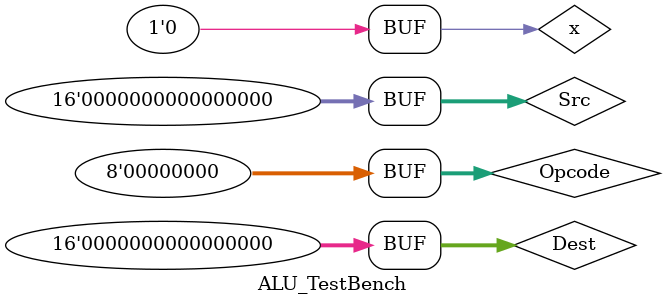
<source format=v>
`timescale 1ns / 1ps
module ALU_TestBench;

	// Inputs
	reg [7:0] Opcode;
	reg [15:0] Src;
	reg [15:0] Dest;	
	
	// Outputs
	wire [15:0] C;
	wire [4:0] Flags;
	
	// counter variable
	integer i;
	
	// Instantiate the DE1 Soc(de1soc)
	ALU test1(
		.Src(Src), 
		.Dest(Dest),
		.Opcode(Opcode),
		.Flags(Flags),
		.C(C)
	);
	
	initial begin
	
	// Initialize Inputs
	x = 0;
	Src = 0;
	Dest = 0;
	
	#10;
	Opcode = 0;
	
//	//Random simulation
//	for( i = 0; i< 10; i = i+ 1)
//	begin
//		#10
//		A = $random % 16;
//		B = $random %16;
//		$display("A: %0d, B: %0d, C: %0d, Flags[1:0]: %b, time:%0d", A, B, C, Flags[1:0], $time );
//	end
//	$finish(2);
		
    
	 end  
endmodule
</source>
